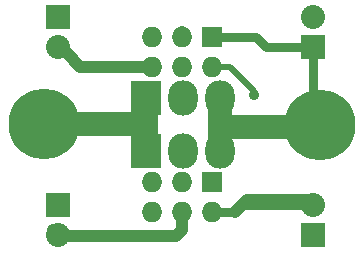
<source format=gtl>
G04 #@! TF.FileFunction,Copper,L1,Top,Signal*
%FSLAX46Y46*%
G04 Gerber Fmt 4.6, Leading zero omitted, Abs format (unit mm)*
G04 Created by KiCad (PCBNEW 4.0.0-rc2-stable) date 02/03/2016 18:28:07*
%MOMM*%
G01*
G04 APERTURE LIST*
%ADD10C,0.150000*%
%ADD11R,2.500000X3.000000*%
%ADD12O,2.500000X3.000000*%
%ADD13R,1.727200X1.727200*%
%ADD14O,1.727200X1.727200*%
%ADD15R,2.032000X2.032000*%
%ADD16O,2.032000X2.032000*%
%ADD17C,6.000000*%
%ADD18C,0.889000*%
%ADD19C,0.762000*%
%ADD20C,2.032000*%
%ADD21C,1.000000*%
%ADD22C,0.508000*%
G04 APERTURE END LIST*
D10*
D11*
X114033000Y29737000D03*
D12*
X117158000Y29737000D03*
X120283000Y29737000D03*
D13*
X119621000Y34944000D03*
D14*
X119621000Y32404000D03*
X117081000Y34944000D03*
X117081000Y32404000D03*
X114541000Y34944000D03*
X114541000Y32404000D03*
D15*
X128130000Y34055000D03*
D16*
X128130000Y36595000D03*
D15*
X128130000Y18180000D03*
D16*
X128130000Y20720000D03*
D11*
X114033000Y25292000D03*
D12*
X117158000Y25292000D03*
X120283000Y25292000D03*
D13*
X119621000Y22625000D03*
D14*
X119621000Y20085000D03*
X117081000Y22625000D03*
X117081000Y20085000D03*
X114541000Y22625000D03*
X114541000Y20085000D03*
D15*
X106540000Y20720000D03*
D16*
X106540000Y18180000D03*
D15*
X106540000Y36595000D03*
D16*
X106540000Y34055000D03*
D17*
X128765000Y27451000D03*
X105397000Y27578000D03*
D18*
X123177000Y29991000D03*
D19*
X114033000Y25292000D02*
X114033000Y29737000D01*
D20*
X114033000Y29483000D02*
X114033000Y25419000D01*
X105397000Y27578000D02*
X113652000Y27578000D01*
X113652000Y27578000D02*
X114033000Y27959000D01*
D21*
X114033000Y25419000D02*
X114033000Y27959000D01*
X114033000Y27959000D02*
X114033000Y29483000D01*
X114033000Y25546000D02*
X113906000Y25419000D01*
X113906000Y29356000D02*
X114033000Y29483000D01*
D19*
X120283000Y25292000D02*
X120283000Y29737000D01*
X128130000Y34055000D02*
X124193000Y34055000D01*
X123304000Y34944000D02*
X119621000Y34944000D01*
X124193000Y34055000D02*
X123304000Y34944000D01*
X128130000Y34055000D02*
X128130000Y28086000D01*
X128130000Y28086000D02*
X128765000Y27451000D01*
D20*
X124193000Y27324000D02*
X128638000Y27324000D01*
X128638000Y27324000D02*
X128765000Y27451000D01*
X120283000Y27324000D02*
X124193000Y27324000D01*
X128638000Y27324000D02*
X128765000Y27451000D01*
X120283000Y29483000D02*
X120283000Y27324000D01*
X120283000Y27324000D02*
X120283000Y25419000D01*
D21*
X128765000Y27451000D02*
X120410000Y27451000D01*
X120410000Y27451000D02*
X120156000Y27705000D01*
X119621000Y24884000D02*
X120156000Y25419000D01*
X120156000Y27705000D02*
X120510000Y27705000D01*
X120510000Y27705000D02*
X120156000Y27705000D01*
X120156000Y25419000D02*
X120156000Y27705000D01*
X120156000Y27705000D02*
X120156000Y29356000D01*
X120156000Y29356000D02*
X120283000Y29483000D01*
X117081000Y34944000D02*
X117081000Y35325000D01*
D19*
X106540000Y18180000D02*
X116700000Y18180000D01*
X116700000Y18180000D02*
X117081000Y18561000D01*
X117081000Y18561000D02*
X117081000Y20085000D01*
D21*
X106159000Y18561000D02*
X106413000Y18561000D01*
X106413000Y18561000D02*
X106921000Y18053000D01*
X106921000Y18053000D02*
X116573000Y18053000D01*
X117081000Y18561000D02*
X117081000Y20085000D01*
X116573000Y18053000D02*
X117081000Y18561000D01*
D19*
X106540000Y34055000D02*
X106794000Y34055000D01*
X106794000Y34055000D02*
X108445000Y32404000D01*
D21*
X107302000Y33547000D02*
X108445000Y32404000D01*
X108445000Y32404000D02*
X114541000Y32404000D01*
X117158000Y22702000D02*
X117081000Y22625000D01*
X117031000Y22675000D02*
X117081000Y22625000D01*
D19*
X119621000Y20085000D02*
X121526000Y20085000D01*
X121526000Y20085000D02*
X122161000Y20720000D01*
X122161000Y20720000D02*
X128130000Y20720000D01*
D22*
X119621000Y32404000D02*
X121145000Y32404000D01*
X123177000Y30372000D02*
X123177000Y29991000D01*
X121145000Y32404000D02*
X123177000Y30372000D01*
D21*
X128003000Y21101000D02*
X122542000Y21101000D01*
X122542000Y21101000D02*
X121526000Y20085000D01*
M02*

</source>
